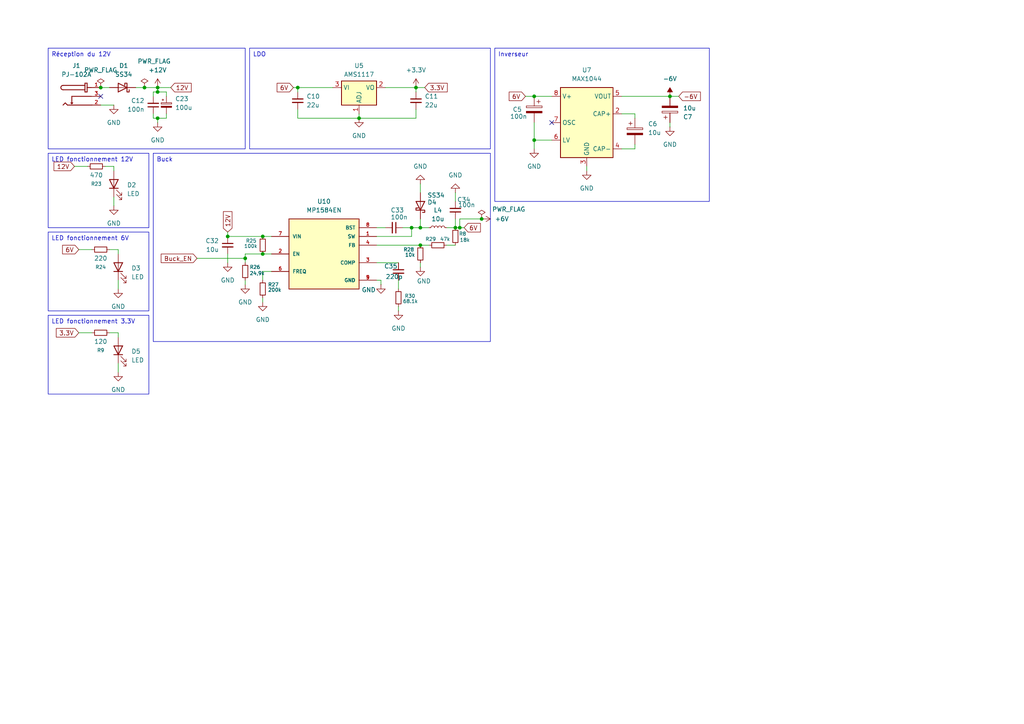
<source format=kicad_sch>
(kicad_sch (version 20250114) (generator "eeschema") (generator_version "9.0")
  (paper "A4")
  (lib_symbols
    (symbol "Device:C_Polarized" (pin_numbers (hide yes)) (pin_names (offset 0.254))
      (property "Reference" "C" (at 0.635 2.54 0))
      (property "Value" "C_Polarized" (at 0.635 -2.54 0))
      (symbol "C_Polarized_0_1"
        (rectangle (start -2.286 0.508) (end 2.286 1.016))
        (polyline (pts (xy -1.778 2.286) (xy -0.762 2.286)))
        (polyline (pts (xy -1.27 2.794) (xy -1.27 1.778)))
        (rectangle (start 2.286 -0.508) (end -2.286 -1.016) (fill (type outline)))
      )
      (symbol "C_Polarized_1_1"
        (pin passive line (at 0 3.81 270) (length 2.794) (name "~") (number "1"))
        (pin passive line (at 0 -3.81 90) (length 2.794) (name "~") (number "2"))
      )
    )
    (symbol "Device:C_Polarized_Small" (pin_numbers (hide yes)) (pin_names (offset 0.254) (hide yes))
      (property "Reference" "C" (at 0.254 1.778 0))
      (property "Value" "C_Polarized_Small" (at 0.254 -2.032 0))
      (symbol "C_Polarized_Small_0_1"
        (rectangle (start -1.524 0.6858) (end 1.524 0.3048))
        (rectangle (start -1.524 -0.3048) (end 1.524 -0.6858) (fill (type outline)))
        (polyline (pts (xy -1.27 1.524) (xy -0.762 1.524)))
        (polyline (pts (xy -1.016 1.27) (xy -1.016 1.778)))
      )
      (symbol "C_Polarized_Small_1_1"
        (pin passive line (at 0 2.54 270) (length 1.8542) (name "~") (number "1"))
        (pin passive line (at 0 -2.54 90) (length 1.8542) (name "~") (number "2"))
      )
    )
    (symbol "Device:C_Small" (pin_numbers (hide yes)) (pin_names (offset 0.254) (hide yes))
      (property "Reference" "C" (at 0.254 1.778 0))
      (property "Value" "C_Small" (at 0.254 -2.032 0))
      (symbol "C_Small_0_1"
        (polyline (pts (xy -1.524 0.508) (xy 1.524 0.508)) (stroke (width 0.3048)))
        (polyline (pts (xy -1.524 -0.508) (xy 1.524 -0.508)) (stroke (width 0.3302)))
      )
      (symbol "C_Small_1_1"
        (pin passive line (at 0 2.54 270) (length 2.032) (name "~") (number "1"))
        (pin passive line (at 0 -2.54 90) (length 2.032) (name "~") (number "2"))
      )
    )
    (symbol "Device:LED" (pin_numbers (hide yes)) (pin_names (offset 1.016) (hide yes))
      (property "Reference" "D" (at 0 2.54 0))
      (property "Value" "LED" (at 0 -2.54 0))
      (symbol "LED_0_1"
        (polyline (pts (xy -3.048 -0.762) (xy -4.572 -2.286) (xy -3.81 -2.286) (xy -4.572 -2.286) (xy -4.572 -1.524)))
        (polyline (pts (xy -1.778 -0.762) (xy -3.302 -2.286) (xy -2.54 -2.286) (xy -3.302 -2.286) (xy -3.302 -1.524)))
        (polyline (pts (xy -1.27 0) (xy 1.27 0)))
        (polyline (pts (xy -1.27 -1.27) (xy -1.27 1.27)) (stroke (width 0.254)))
        (polyline (pts (xy 1.27 -1.27) (xy 1.27 1.27) (xy -1.27 0) (xy 1.27 -1.27)) (stroke (width 0.254)))
      )
      (symbol "LED_1_1"
        (pin passive line (at -3.81 0 0) (length 2.54) (name "K") (number "1"))
        (pin passive line (at 3.81 0 180) (length 2.54) (name "A") (number "2"))
      )
    )
    (symbol "Device:L_Small" (pin_numbers (hide yes)) (pin_names (offset 0.254) (hide yes))
      (property "Reference" "L" (at 0.762 1.016 0))
      (property "Value" "L_Small" (at 0.762 -1.016 0))
      (symbol "L_Small_0_1"
        (arc (start 0 2.032) (mid 0.5058 1.524) (end 0 1.016))
        (arc (start 0 1.016) (mid 0.5058 0.508) (end 0 0))
        (arc (start 0 0) (mid 0.5058 -0.508) (end 0 -1.016))
        (arc (start 0 -1.016) (mid 0.5058 -1.524) (end 0 -2.032))
      )
      (symbol "L_Small_1_1"
        (pin passive line (at 0 2.54 270) (length 0.508) (name "~") (number "1"))
        (pin passive line (at 0 -2.54 90) (length 0.508) (name "~") (number "2"))
      )
    )
    (symbol "Device:R_Small" (pin_numbers (hide yes)) (pin_names (offset 0.254) (hide yes))
      (property "Reference" "R" (at 0 0 90))
      (property "Value" "R_Small" (at 1.778 0 90))
      (symbol "R_Small_0_1"
        (rectangle (start -0.762 1.778) (end 0.762 -1.778) (stroke (width 0.2032)))
      )
      (symbol "R_Small_1_1"
        (pin passive line (at 0 2.54 270) (length 0.762) (name "~") (number "1"))
        (pin passive line (at 0 -2.54 90) (length 0.762) (name "~") (number "2"))
      )
    )
    (symbol "Diode:SS34" (pin_numbers (hide yes)) (pin_names (offset 1.016) (hide yes))
      (property "Reference" "D" (at 0 2.54 0))
      (property "Value" "SS34" (at 0 -2.54 0))
      (symbol "SS34_0_1"
        (polyline (pts (xy -1.905 0.635) (xy -1.905 1.27) (xy -1.27 1.27) (xy -1.27 -1.27) (xy -0.635 -1.27) (xy -0.635 -0.635)) (stroke (width 0.254)))
        (polyline (pts (xy 1.27 1.27) (xy 1.27 -1.27) (xy -1.27 0) (xy 1.27 1.27)) (stroke (width 0.254)))
        (polyline (pts (xy 1.27 0) (xy -1.27 0)))
      )
      (symbol "SS34_1_1"
        (pin passive line (at -3.81 0 0) (length 2.54) (name "K") (number "1"))
        (pin passive line (at 3.81 0 180) (length 2.54) (name "A") (number "2"))
      )
    )
    (symbol "MP1584EN:MP1584EN" (pin_names (offset 1.016))
      (property "Reference" "U" (at -10.185 10.6942 0))
      (property "Value" "MP1584EN" (at -10.1723 -12.7154 0))
      (symbol "MP1584EN_0_0"
        (rectangle (start -10.16 -10.16) (end 10.16 10.16) (stroke (width 0.254)) (fill (type background)))
        (pin input line (at -15.24 5.08 0) (length 5.08) (name "VIN") (number "7"))
        (pin input line (at -15.24 0 0) (length 5.08) (name "EN") (number "2"))
        (pin input line (at -15.24 -5.08 0) (length 5.08) (name "FREQ") (number "6"))
        (pin passive line (at 15.24 7.62 180) (length 5.08) (name "BST") (number "8"))
        (pin output line (at 15.24 5.08 180) (length 5.08) (name "SW") (number "1"))
        (pin input line (at 15.24 2.54 180) (length 5.08) (name "FB") (number "4"))
        (pin output line (at 15.24 -2.54 180) (length 5.08) (name "COMP") (number "3"))
        (pin power_in line (at 15.24 -7.62 180) (length 5.08) (name "GND") (number "5"))
        (pin power_in line (at 15.24 -7.62 180) (length 5.08) (name "GND") (number "9"))
      )
    )
    (symbol "PJ-102A:PJ-102A" (pin_names (offset 1.016))
      (property "Reference" "J" (at -7.6333 3.0533 0))
      (property "Value" "PJ-102A" (at -7.6363 -10.1817 0))
      (symbol "PJ-102A_0_0"
        (polyline (pts (xy -5.842 0.635) (xy 0.508 0.635)) (stroke (width 0.254)))
        (polyline (pts (xy -5.842 -0.635) (xy 0.508 -0.635)) (stroke (width 0.254)))
        (arc (start -5.842 -0.635) (mid -6.4742 0) (end -5.842 0.635) (stroke (width 0.254)))
        (polyline (pts (xy -5.207 -4.445) (xy -5.842 -5.08)) (stroke (width 0.254)))
        (polyline (pts (xy -4.572 -5.08) (xy -5.207 -4.445)) (stroke (width 0.254)))
        (polyline (pts (xy -3.556 -4.445) (xy -3.302 -4.699)) (stroke (width 0.254)))
        (polyline (pts (xy -3.302 -2.54) (xy -3.302 -4.445)) (stroke (width 0.254)))
        (polyline (pts (xy -3.302 -4.699) (xy -3.048 -4.445)) (stroke (width 0.254)))
        (polyline (pts (xy -3.048 -4.445) (xy -3.556 -4.445)) (stroke (width 0.254)))
        (polyline (pts (xy 0.508 1.27) (xy 0.508 -1.27)) (stroke (width 0.254)))
        (polyline (pts (xy 0.508 -1.27) (xy 1.143 -1.27)) (stroke (width 0.254)))
        (polyline (pts (xy 1.143 1.27) (xy 0.508 1.27)) (stroke (width 0.254)))
        (polyline (pts (xy 1.143 0) (xy 1.143 1.27)) (stroke (width 0.254)))
        (polyline (pts (xy 1.143 0) (xy 2.413 0)) (stroke (width 0.254)))
        (polyline (pts (xy 1.143 -1.27) (xy 1.143 0)) (stroke (width 0.254)))
        (polyline (pts (xy 2.413 -2.54) (xy -3.302 -2.54)) (stroke (width 0.254)))
        (polyline (pts (xy 2.54 -5.08) (xy -4.572 -5.08)) (stroke (width 0.254)))
        (pin power_in line (at 5.08 0 180) (length 2.54) (name "~") (number "1"))
        (pin power_in line (at 5.08 -2.54 180) (length 2.54) (name "~") (number "3"))
        (pin power_in line (at 5.08 -5.08 180) (length 2.54) (name "~") (number "2"))
      )
    )
    (symbol "Regulator_Linear:AMS1117"
      (property "Reference" "U" (at -3.81 3.175 0))
      (property "Value" "AMS1117" (at 0 3.175 0))
      (symbol "AMS1117_0_1"
        (rectangle (start -5.08 -5.08) (end 5.08 1.905) (stroke (width 0.254)) (fill (type background)))
      )
      (symbol "AMS1117_1_1"
        (pin power_in line (at -7.62 0 0) (length 2.54) (name "VI") (number "3"))
        (pin input line (at 0 -7.62 90) (length 2.54) (name "ADJ") (number "1"))
        (pin power_out line (at 7.62 0 180) (length 2.54) (name "VO") (number "2"))
      )
    )
    (symbol "Regulator_SwitchedCapacitor:MAX1044"
      (property "Reference" "U" (at -6.35 11.43 0))
      (property "Value" "MAX1044" (at 3.81 11.43 0))
      (symbol "MAX1044_0_1"
        (rectangle (start -7.62 10.16) (end 7.62 -10.16) (stroke (width 0.254)) (fill (type background)))
      )
      (symbol "MAX1044_1_1"
        (pin power_in line (at -10.16 7.62 0) (length 2.54) (name "V+") (number "8"))
        (pin input line (at -10.16 0 0) (length 2.54) (name "OSC") (number "7"))
        (pin input line (at -10.16 -5.08 0) (length 2.54) (name "LV") (number "6"))
        (pin no_connect line (at -7.62 5.08 0) (length 2.54) (hide yes) (name "NC") (number "1"))
        (pin power_in line (at 0 -12.7 90) (length 2.54) (name "GND") (number "3"))
        (pin power_out line (at 10.16 7.62 180) (length 2.54) (name "VOUT") (number "5"))
        (pin input line (at 10.16 2.54 180) (length 2.54) (name "CAP+") (number "2"))
        (pin input line (at 10.16 -7.62 180) (length 2.54) (name "CAP-") (number "4"))
      )
    )
    (symbol "power:+12V" (power) (pin_numbers (hide yes)) (pin_names (offset 0) (hide yes))
      (property "Value" "+12V" (at 0 3.556 0))
      (symbol "+12V_0_1"
        (polyline (pts (xy -0.762 1.27) (xy 0 2.54)))
        (polyline (pts (xy 0 2.54) (xy 0.762 1.27)))
        (polyline (pts (xy 0 0) (xy 0 2.54)))
      )
      (symbol "+12V_1_1"
        (pin power_in line (at 0 0 90) (length 0) (name "~") (number "1"))
      )
    )
    (symbol "power:+3.3V" (power) (pin_numbers (hide yes)) (pin_names (offset 0) (hide yes))
      (property "Value" "+3.3V" (at 0 3.556 0))
      (symbol "+3.3V_0_1"
        (polyline (pts (xy -0.762 1.27) (xy 0 2.54)))
        (polyline (pts (xy 0 2.54) (xy 0.762 1.27)))
        (polyline (pts (xy 0 0) (xy 0 2.54)))
      )
      (symbol "+3.3V_1_1"
        (pin power_in line (at 0 0 90) (length 0) (name "~") (number "1"))
      )
    )
    (symbol "power:+6V" (power) (pin_numbers (hide yes)) (pin_names (offset 0) (hide yes))
      (property "Value" "+6V" (at 0 3.556 0))
      (symbol "+6V_0_1"
        (polyline (pts (xy -0.762 1.27) (xy 0 2.54)))
        (polyline (pts (xy 0 2.54) (xy 0.762 1.27)))
        (polyline (pts (xy 0 0) (xy 0 2.54)))
      )
      (symbol "+6V_1_1"
        (pin power_in line (at 0 0 90) (length 0) (name "~") (number "1"))
      )
    )
    (symbol "power:-6V" (power) (pin_numbers (hide yes)) (pin_names (offset 0) (hide yes))
      (property "Value" "-6V" (at 0 3.556 0))
      (symbol "-6V_0_0"
        (pin power_in line (at 0 0 90) (length 0) (name "~") (number "1"))
      )
      (symbol "-6V_0_1"
        (polyline (pts (xy 0 0) (xy 0 1.27) (xy 0.762 1.27) (xy 0 2.54) (xy -0.762 1.27) (xy 0 1.27)) (fill (type outline)))
      )
    )
    (symbol "power:GND" (power) (pin_numbers (hide yes)) (pin_names (offset 0) (hide yes))
      (property "Value" "GND" (at 0 -3.81 0))
      (symbol "GND_0_1"
        (polyline (pts (xy 0 0) (xy 0 -1.27) (xy 1.27 -1.27) (xy 0 -2.54) (xy -1.27 -1.27) (xy 0 -1.27)))
      )
      (symbol "GND_1_1"
        (pin power_in line (at 0 0 270) (length 0) (name "~") (number "1"))
      )
    )
    (symbol "power:PWR_FLAG" (power) (pin_numbers (hide yes)) (pin_names (offset 0) (hide yes))
      (property "Value" "PWR_FLAG" (at 0 3.81 0))
      (symbol "PWR_FLAG_0_0"
        (pin power_out line (at 0 0 90) (length 0) (name "~") (number "1"))
      )
      (symbol "PWR_FLAG_0_1"
        (polyline (pts (xy 0 0) (xy 0 1.27) (xy -1.016 1.905) (xy 0 2.54) (xy 1.016 1.905) (xy 0 1.27)))
      )
    )
  )
  (text_box "LED fonctionnement 12V" (at 13.97 44.45 0) (size 29.21 21.59) (margins 0.9525 0.9525 0.9525 0.9525) (effects (font (size 1.27 1.27)) (justify left top)))
  (text_box "Inverseur" (at 143.51 13.97 0) (size 62.23 44.45) (margins 0.9525 0.9525 0.9525 0.9525) (effects (font (size 1.27 1.27)) (justify left top)))
  (text_box "Buck" (at 44.45 44.45 0) (size 97.79 54.61) (margins 0.9525 0.9525 0.9525 0.9525) (effects (font (size 1.27 1.27)) (justify left top)))
  (text_box "LDO" (at 72.39 13.97 0) (size 69.85 29.21) (margins 0.9525 0.9525 0.9525 0.9525) (effects (font (size 1.27 1.27)) (justify left top)))
  (text_box "Réception du 12V" (at 13.97 13.97 0) (size 57.15 29.21) (margins 0.9525 0.9525 0.9525 0.9525) (effects (font (size 1.27 1.27)) (justify left top)))
  (text_box "LED fonctionnement 3.3V" (at 13.97 91.44 0) (size 29.21 22.86) (margins 0.9525 0.9525 0.9525 0.9525) (effects (font (size 1.27 1.27)) (justify left top)))
  (text_box "LED fonctionnement 6V" (at 13.97 67.31 0) (size 29.21 22.86) (margins 0.9525 0.9525 0.9525 0.9525) (effects (font (size 1.27 1.27)) (justify left top)))
  (junction (at 154.94 27.94))
  (junction (at 121.92 66.04))
  (junction (at 71.12 74.93))
  (junction (at 119.38 66.04))
  (junction (at 132.08 66.04))
  (junction (at 45.72 25.4))
  (junction (at 133.35 66.04))
  (junction (at 194.31 27.94))
  (junction (at 41.91 25.4))
  (junction (at 76.2 68.58))
  (junction (at 104.14 34.29))
  (junction (at 45.72 26.67))
  (junction (at 154.94 40.64))
  (junction (at 45.72 34.29))
  (junction (at 121.92 71.12))
  (junction (at 120.65 25.4))
  (junction (at 66.04 68.58))
  (junction (at 139.7 63.5))
  (junction (at 29.21 25.4))
  (junction (at 76.2 73.66))
  (junction (at 86.36 25.4))
  (no_connect (at 160.02 35.56))
  (no_connect (at 29.21 27.94))
  (wire (pts (xy 121.92 71.12) (xy 124.46 71.12)))
  (wire (pts (xy 31.75 72.39) (xy 34.29 72.39)))
  (wire (pts (xy 109.22 66.04) (xy 111.76 66.04)))
  (wire (pts (xy 86.36 31.75) (xy 86.36 34.29)))
  (wire (pts (xy 194.31 35.56) (xy 194.31 36.83)))
  (wire (pts (xy 76.2 81.28) (xy 76.2 78.74)))
  (wire (pts (xy 76.2 73.66) (xy 78.74 73.66)))
  (wire (pts (xy 33.02 48.26) (xy 33.02 49.53)))
  (wire (pts (xy 170.18 48.26) (xy 170.18 49.53)))
  (wire (pts (xy 34.29 72.39) (xy 34.29 73.66)))
  (wire (pts (xy 48.26 26.67) (xy 48.26 27.94)))
  (wire (pts (xy 109.22 76.2) (xy 115.57 76.2)))
  (wire (pts (xy 31.75 96.52) (xy 34.29 96.52)))
  (wire (pts (xy 120.65 26.67) (xy 120.65 25.4)))
  (wire (pts (xy 121.92 53.34) (xy 121.92 55.88)))
  (wire (pts (xy 57.15 74.93) (xy 71.12 74.93)))
  (wire (pts (xy 133.35 63.5) (xy 133.35 66.04)))
  (wire (pts (xy 132.08 66.04) (xy 133.35 66.04)))
  (wire (pts (xy 71.12 82.55) (xy 71.12 81.28)))
  (wire (pts (xy 22.86 96.52) (xy 26.67 96.52)))
  (wire (pts (xy 86.36 25.4) (xy 96.52 25.4)))
  (wire (pts (xy 21.59 48.26) (xy 25.4 48.26)))
  (wire (pts (xy 45.72 26.67) (xy 48.26 26.67)))
  (wire (pts (xy 45.72 25.4) (xy 49.53 25.4)))
  (wire (pts (xy 86.36 25.4) (xy 86.36 26.67)))
  (wire (pts (xy 180.34 27.94) (xy 194.31 27.94)))
  (wire (pts (xy 85.09 25.4) (xy 86.36 25.4)))
  (wire (pts (xy 76.2 78.74) (xy 78.74 78.74)))
  (wire (pts (xy 120.65 31.75) (xy 120.65 34.29)))
  (wire (pts (xy 34.29 105.41) (xy 34.29 107.95)))
  (wire (pts (xy 154.94 35.56) (xy 154.94 40.64)))
  (wire (pts (xy 34.29 81.28) (xy 34.29 83.82)))
  (wire (pts (xy 66.04 73.66) (xy 66.04 76.2)))
  (wire (pts (xy 110.49 81.28) (xy 109.22 81.28)))
  (wire (pts (xy 121.92 66.04) (xy 124.46 66.04)))
  (wire (pts (xy 22.86 72.39) (xy 26.67 72.39)))
  (wire (pts (xy 45.72 34.29) (xy 45.72 35.56)))
  (wire (pts (xy 115.57 88.9) (xy 115.57 90.17)))
  (wire (pts (xy 111.76 25.4) (xy 120.65 25.4)))
  (wire (pts (xy 30.48 48.26) (xy 33.02 48.26)))
  (wire (pts (xy 71.12 73.66) (xy 76.2 73.66)))
  (wire (pts (xy 76.2 68.58) (xy 78.74 68.58)))
  (wire (pts (xy 109.22 71.12) (xy 121.92 71.12)))
  (wire (pts (xy 121.92 76.2) (xy 121.92 77.47)))
  (wire (pts (xy 76.2 87.63) (xy 76.2 86.36)))
  (wire (pts (xy 129.54 66.04) (xy 132.08 66.04)))
  (wire (pts (xy 45.72 25.4) (xy 45.72 26.67)))
  (wire (pts (xy 33.02 57.15) (xy 33.02 59.69)))
  (wire (pts (xy 104.14 34.29) (xy 104.14 33.02)))
  (wire (pts (xy 154.94 40.64) (xy 160.02 40.64)))
  (wire (pts (xy 129.54 71.12) (xy 132.08 71.12)))
  (wire (pts (xy 34.29 96.52) (xy 34.29 97.79)))
  (wire (pts (xy 196.85 27.94) (xy 194.31 27.94)))
  (wire (pts (xy 71.12 76.2) (xy 71.12 74.93)))
  (wire (pts (xy 154.94 27.94) (xy 160.02 27.94)))
  (wire (pts (xy 115.57 81.28) (xy 115.57 83.82)))
  (wire (pts (xy 44.45 34.29) (xy 45.72 34.29)))
  (wire (pts (xy 44.45 26.67) (xy 45.72 26.67)))
  (wire (pts (xy 66.04 68.58) (xy 76.2 68.58)))
  (wire (pts (xy 119.38 66.04) (xy 119.38 68.58)))
  (wire (pts (xy 119.38 66.04) (xy 121.92 66.04)))
  (wire (pts (xy 29.21 30.48) (xy 33.02 30.48)))
  (wire (pts (xy 184.15 34.29) (xy 184.15 33.02)))
  (wire (pts (xy 86.36 34.29) (xy 104.14 34.29)))
  (wire (pts (xy 45.72 34.29) (xy 48.26 34.29)))
  (wire (pts (xy 48.26 34.29) (xy 48.26 33.02)))
  (wire (pts (xy 154.94 43.18) (xy 154.94 40.64)))
  (wire (pts (xy 184.15 41.91) (xy 184.15 43.18)))
  (wire (pts (xy 44.45 33.02) (xy 44.45 34.29)))
  (wire (pts (xy 109.22 68.58) (xy 119.38 68.58)))
  (wire (pts (xy 110.49 82.55) (xy 110.49 81.28)))
  (wire (pts (xy 184.15 33.02) (xy 180.34 33.02)))
  (wire (pts (xy 44.45 27.94) (xy 44.45 26.67)))
  (wire (pts (xy 121.92 63.5) (xy 121.92 66.04)))
  (wire (pts (xy 132.08 63.5) (xy 132.08 66.04)))
  (wire (pts (xy 139.7 63.5) (xy 133.35 63.5)))
  (wire (pts (xy 132.08 55.88) (xy 132.08 58.42)))
  (wire (pts (xy 184.15 43.18) (xy 180.34 43.18)))
  (wire (pts (xy 116.84 66.04) (xy 119.38 66.04)))
  (wire (pts (xy 41.91 25.4) (xy 45.72 25.4)))
  (wire (pts (xy 66.04 67.31) (xy 66.04 68.58)))
  (wire (pts (xy 133.35 66.04) (xy 134.62 66.04)))
  (wire (pts (xy 104.14 34.29) (xy 120.65 34.29)))
  (wire (pts (xy 29.21 25.4) (xy 31.75 25.4)))
  (wire (pts (xy 71.12 74.93) (xy 71.12 73.66)))
  (wire (pts (xy 39.37 25.4) (xy 41.91 25.4)))
  (wire (pts (xy 152.4 27.94) (xy 154.94 27.94)))
  (wire (pts (xy 123.19 25.4) (xy 120.65 25.4)))
  (global_label "6V" (shape input) (at 85.09 25.4 180) (property "Intersheetrefs" "${INTERSHEET_REFS}" (effects (hide yes))))
  (global_label "12V" (shape input) (at 66.04 67.31 90) (property "Intersheetrefs" "${INTERSHEET_REFS}" (effects (hide yes))))
  (global_label "12V" (shape input) (at 49.53 25.4 0) (property "Intersheetrefs" "${INTERSHEET_REFS}" (effects (hide yes))))
  (global_label "3.3V" (shape input) (at 22.86 96.52 180) (property "Intersheetrefs" "${INTERSHEET_REFS}" (effects (hide yes))))
  (global_label "6V" (shape input) (at 22.86 72.39 180) (property "Intersheetrefs" "${INTERSHEET_REFS}" (effects (hide yes))))
  (global_label "3.3V" (shape input) (at 123.19 25.4 0) (property "Intersheetrefs" "${INTERSHEET_REFS}" (effects (hide yes))))
  (global_label "6V" (shape input) (at 134.62 66.04 0) (property "Intersheetrefs" "${INTERSHEET_REFS}" (effects (hide yes))))
  (global_label "Buck_EN" (shape input) (at 57.15 74.93 180) (property "Intersheetrefs" "${INTERSHEET_REFS}" (effects (hide yes))))
  (global_label "-6V" (shape input) (at 196.85 27.94 0) (property "Intersheetrefs" "${INTERSHEET_REFS}" (effects (hide yes))))
  (global_label "12V" (shape input) (at 21.59 48.26 180) (property "Intersheetrefs" "${INTERSHEET_REFS}" (effects (hide yes))))
  (global_label "6V" (shape input) (at 152.4 27.94 180) (property "Intersheetrefs" "${INTERSHEET_REFS}" (effects (hide yes))))
  (symbol (lib_id "power:GND") (at 170.18 49.53 0) (unit 1)
    (property "Reference" "#PWR09" (effects (hide yes)))
    (property "Value" "GND" (at 170.18 54.61 0))
    (property "Description" "Power symbol creates a global label with name \"GND\" , ground" (effects (hide yes)))
  )
  (symbol (lib_id "Device:C_Small") (at 86.36 29.21 0) (unit 1)
    (property "Reference" "C10" (at 88.9 27.9462 0) (effects (justify left)))
    (property "Value" "22u" (at 88.9 30.4862 0) (effects (justify left)))
    (property "Description" "Unpolarized capacitor, small symbol" (effects (hide yes)))
  )
  (symbol (lib_id "MP1584EN:MP1584EN") (at 93.98 73.66 0) (unit 1)
    (property "Reference" "U10" (at 93.98 58.42 0))
    (property "Value" "MP1584EN" (at 93.98 60.96 0))
    (property "Footprint" "MP1584EN:SOIC127P600X170-9N" (effects (hide yes)))
    (property "MF" "Monolithic Power" (effects (hide yes)))
    (property "PACKAGE" "None" (effects (hide yes)))
    (property "PRICE" "None" (effects (hide yes)))
    (property "Package" "SOIC-8 Monolithic Power" (effects (hide yes)))
    (property "Check_prices" "https://www.snapeda.com/parts/MP1584EN/Monolithic+Power+Systems/view-part/?ref=eda" (effects (hide yes)))
    (property "STANDARD" "IPC-7351B" (effects (hide yes)))
    (property "SnapEDA_Link" "https://www.snapeda.com/parts/MP1584EN/Monolithic+Power+Systems/view-part/?ref=snap" (effects (hide yes)))
    (property "MP" "MP1584EN" (effects (hide yes)))
    (property "Price" "None" (effects (hide yes)))
    (property "Availability" "Not in stock" (effects (hide yes)))
    (property "AVAILABILITY" "Unavailable" (effects (hide yes)))
    (property "Description_1" "Buck Switching Regulator IC Positive Adjustable 0.8V 1 Output 3A 8-SOIC (0.154, 3.90mm Width) Exposed Pad" (effects (hide yes)))
  )
  (symbol (lib_id "Diode:SS34") (at 35.56 25.4 180) (unit 1)
    (property "Reference" "D1" (at 35.8775 19.05 0))
    (property "Value" "SS34" (at 35.8775 21.59 0))
    (property "Footprint" "Diode_SMD:D_SMA" (effects (hide yes)))
    (property "Datasheet" "https://www.vishay.com/docs/88751/ss32.pdf" (effects (hide yes)))
    (property "Description" "40V 3A Schottky Diode, SMA" (effects (hide yes)))
  )
  (symbol (lib_id "Device:R_Small") (at 115.57 86.36 0) (mirror y) (unit 1)
    (property "Reference" "R30" (at 117.348 85.852 0) (effects (font (size 1.016 1.016)) (justify right)))
    (property "Value" "68.1k" (at 116.84 87.376 0) (effects (font (size 1.016 1.016)) (justify right)))
    (property "Description" "Resistor, small symbol" (effects (hide yes)))
  )
  (symbol (lib_id "power:+12V") (at 45.72 25.4 0) (unit 1)
    (property "Reference" "#PWR024" (effects (hide yes)))
    (property "Value" "+12V" (at 45.72 20.32 0))
    (property "Description" "Power symbol creates a global label with name \"+12V\"" (effects (hide yes)))
  )
  (symbol (lib_id "Device:C_Polarized") (at 184.15 38.1 0) (unit 1)
    (property "Reference" "C6" (at 187.96 35.9409 0) (effects (justify left)))
    (property "Value" "10u" (at 187.96 38.4809 0) (effects (justify left)))
    (property "Description" "Polarized capacitor" (effects (hide yes)))
  )
  (symbol (lib_id "Regulator_SwitchedCapacitor:MAX1044") (at 170.18 35.56 0) (unit 1)
    (property "Reference" "U7" (at 170.18 20.32 0))
    (property "Value" "MAX1044" (at 170.18 22.86 0))
    (property "Datasheet" "http://datasheets.maximintegrated.com/en/ds/ICL7660-MAX1044.pdf" (effects (hide yes)))
    (property "Description" "Switched-Capacitor Voltage Converter, 1.5V to 10.0V operating supply voltage, 10mA with a 0.5V output drop, SO-8/DIP-8/µMAX-8/TO-99" (effects (hide yes)))
  )
  (symbol (lib_id "power:GND") (at 132.08 55.88 180) (unit 1)
    (property "Reference" "#PWR034" (effects (hide yes)))
    (property "Value" "GND" (at 132.08 50.8 0))
    (property "Description" "Power symbol creates a global label with name \"GND\" , ground" (effects (hide yes)))
  )
  (symbol (lib_id "Device:C_Small") (at 120.65 29.21 0) (unit 1)
    (property "Reference" "C11" (at 123.19 27.9462 0) (effects (justify left)))
    (property "Value" "22u" (at 123.19 30.4862 0) (effects (justify left)))
    (property "Description" "Unpolarized capacitor, small symbol" (effects (hide yes)))
  )
  (symbol (lib_id "Device:C_Polarized") (at 154.94 31.75 0) (mirror y) (unit 1)
    (property "Reference" "C5" (at 151.384 31.75 0) (effects (justify left)))
    (property "Value" "100n" (at 152.908 33.782 0) (effects (justify left)))
    (property "Description" "Polarized capacitor" (effects (hide yes)))
  )
  (symbol (lib_id "Device:C_Small") (at 66.04 71.12 0) (mirror y) (unit 1)
    (property "Reference" "C32" (at 63.5 69.8562 0) (effects (justify left)))
    (property "Value" "10u" (at 63.5 72.3962 0) (effects (justify left)))
    (property "Description" "Unpolarized capacitor, small symbol" (effects (hide yes)))
  )
  (symbol (lib_id "power:GND") (at 121.92 53.34 0) (mirror x) (unit 1)
    (property "Reference" "#PWR033" (effects (hide yes)))
    (property "Value" "GND" (at 121.92 48.26 0))
    (property "Description" "Power symbol creates a global label with name \"GND\" , ground" (effects (hide yes)))
  )
  (symbol (lib_id "Device:R_Small") (at 76.2 83.82 180) (unit 1)
    (property "Reference" "R27" (at 77.724 82.55 0) (effects (font (size 1.016 1.016)) (justify right)))
    (property "Value" "200k" (at 77.724 84.074 0) (effects (font (size 1.016 1.016)) (justify right)))
    (property "Description" "Resistor, small symbol" (effects (hide yes)))
  )
  (symbol (lib_id "Device:C_Small") (at 44.45 30.48 0) (mirror x) (unit 1)
    (property "Reference" "C12" (at 41.91 29.2035 0) (effects (justify right)))
    (property "Value" "100n" (at 41.91 31.7435 0) (effects (justify right)))
    (property "Description" "Unpolarized capacitor, small symbol" (effects (hide yes)))
  )
  (symbol (lib_id "power:+3.3V") (at 120.65 25.4 0) (unit 1)
    (property "Reference" "#PWR056" (effects (hide yes)))
    (property "Value" "+3.3V" (at 120.65 20.32 0))
    (property "Description" "Power symbol creates a global label with name \"+3.3V\"" (effects (hide yes)))
  )
  (symbol (lib_id "PJ-102A:PJ-102A") (at 24.13 25.4 0) (unit 1)
    (property "Reference" "J1" (at 22.1629 19.05 0))
    (property "Value" "PJ-102A" (at 22.1629 21.59 0))
    (property "Footprint" "PJ-102A:CUI_PJ-102A" (effects (hide yes)))
    (property "MF" "Same Sky" (effects (hide yes)))
    (property "DESCRIPTION" "2.0 mm Center Pin%2C 2.5 A%2C Right Angle%2C Through Hole%2C Tapered Pins%2C Dc Power Jack Connector" (effects (hide yes)))
    (property "PACKAGE" "None" (effects (hide yes)))
    (property "PRICE" "0.44 USD" (effects (hide yes)))
    (property "Package" "None" (effects (hide yes)))
    (property "Check_prices" "https://www.snapeda.com/parts/PJ-102A/Same+Sky/view-part/?ref=eda" (effects (hide yes)))
    (property "Price" "None" (effects (hide yes)))
    (property "SnapEDA_Link" "https://www.snapeda.com/parts/PJ-102A/Same+Sky/view-part/?ref=snap" (effects (hide yes)))
    (property "MP" "PJ-102A" (effects (hide yes)))
    (property "Description_1" "2.0 x 6.5 mm, 2.5 A, Horizontal, Through Hole, Tapered Pins, Dc Power Jack Connector" (effects (hide yes)))
    (property "Availability" "In Stock" (effects (hide yes)))
    (property "AVAILABILITY" "Good" (effects (hide yes)))
    (property "MANUFACTURER" "CUI inc" (effects (hide yes)))
  )
  (symbol (lib_id "power:PWR_FLAG") (at 139.7 63.5 0) (unit 1)
    (property "Reference" "#FLG04" (effects (hide yes)))
    (property "Value" "PWR_FLAG" (at 147.574 60.706 0))
    (property "Description" "Special symbol for telling ERC where power comes from" (effects (hide yes)))
  )
  (symbol (lib_id "power:GND") (at 194.31 36.83 0) (unit 1)
    (property "Reference" "#PWR08" (effects (hide yes)))
    (property "Value" "GND" (at 194.31 41.91 0))
    (property "Description" "Power symbol creates a global label with name \"GND\" , ground" (effects (hide yes)))
  )
  (symbol (lib_id "power:PWR_FLAG") (at 29.21 25.4 0) (unit 1)
    (property "Reference" "#FLG02" (effects (hide yes)))
    (property "Value" "PWR_FLAG" (at 29.21 20.32 0))
    (property "Description" "Special symbol for telling ERC where power comes from" (effects (hide yes)))
  )
  (symbol (lib_id "power:GND") (at 66.04 76.2 0) (unit 1)
    (property "Reference" "#PWR029" (effects (hide yes)))
    (property "Value" "GND" (at 66.04 81.28 0))
    (property "Description" "Power symbol creates a global label with name \"GND\" , ground" (effects (hide yes)))
  )
  (symbol (lib_id "Device:R_Small") (at 132.08 68.58 0) (mirror y) (unit 1)
    (property "Reference" "R8" (at 133.096 67.818 0) (effects (font (size 1.016 1.016)) (justify right)))
    (property "Value" "18k" (at 133.35 69.596 0) (effects (font (size 1.016 1.016)) (justify right)))
    (property "Description" "Resistor, small symbol" (effects (hide yes)))
  )
  (symbol (lib_id "power:GND") (at 33.02 30.48 0) (unit 1)
    (property "Reference" "#PWR017" (effects (hide yes)))
    (property "Value" "GND" (at 33.02 35.56 0))
    (property "Description" "Power symbol creates a global label with name \"GND\" , ground" (effects (hide yes)))
  )
  (symbol (lib_id "power:GND") (at 154.94 43.18 0) (unit 1)
    (property "Reference" "#PWR07" (effects (hide yes)))
    (property "Value" "GND" (at 154.94 48.26 0))
    (property "Description" "Power symbol creates a global label with name \"GND\" , ground" (effects (hide yes)))
  )
  (symbol (lib_id "Device:R_Small") (at 127 71.12 270) (mirror x) (unit 1)
    (property "Reference" "R29" (at 126.492 69.342 90) (effects (font (size 1.016 1.016)) (justify right)))
    (property "Value" "47k" (at 130.556 69.342 90) (effects (font (size 1.016 1.016)) (justify right)))
    (property "Description" "Resistor, small symbol" (effects (hide yes)))
  )
  (symbol (lib_id "power:GND") (at 115.57 90.17 0) (unit 1)
    (property "Reference" "#PWR036" (effects (hide yes)))
    (property "Value" "GND" (at 115.57 95.25 0))
    (property "Description" "Power symbol creates a global label with name \"GND\" , ground" (effects (hide yes)))
  )
  (symbol (lib_id "Device:C_Polarized") (at 194.31 31.75 0) (mirror x) (unit 1)
    (property "Reference" "C7" (at 198.12 33.9091 0) (effects (justify left)))
    (property "Value" "10u" (at 198.12 31.3691 0) (effects (justify left)))
    (property "Description" "Polarized capacitor" (effects (hide yes)))
  )
  (symbol (lib_id "power:GND") (at 76.2 87.63 0) (unit 1)
    (property "Reference" "#PWR031" (effects (hide yes)))
    (property "Value" "GND" (at 76.2 92.71 0))
    (property "Description" "Power symbol creates a global label with name \"GND\" , ground" (effects (hide yes)))
  )
  (symbol (lib_id "Device:LED") (at 33.02 53.34 90) (unit 1)
    (property "Reference" "D2" (at 36.83 53.6574 90) (effects (justify right)))
    (property "Value" "LED" (at 36.83 56.1974 90) (effects (justify right)))
    (property "Description" "Light emitting diode" (effects (hide yes)))
    (property "Sim.Pins" "1=K 2=A" (effects (hide yes)))
  )
  (symbol (lib_id "power:GND") (at 104.14 34.29 0) (unit 1)
    (property "Reference" "#PWR016" (effects (hide yes)))
    (property "Value" "GND" (at 104.14 39.37 0))
    (property "Description" "Power symbol creates a global label with name \"GND\" , ground" (effects (hide yes)))
  )
  (symbol (lib_id "power:GND") (at 33.02 59.69 0) (unit 1)
    (property "Reference" "#PWR027" (effects (hide yes)))
    (property "Value" "GND" (at 33.02 64.77 0))
    (property "Description" "Power symbol creates a global label with name \"GND\" , ground" (effects (hide yes)))
  )
  (symbol (lib_id "Device:R_Small") (at 76.2 71.12 0) (mirror x) (unit 1)
    (property "Reference" "R25" (at 74.422 69.85 0) (effects (font (size 1.016 1.016)) (justify right)))
    (property "Value" "100k" (at 74.676 71.374 0) (effects (font (size 1.016 1.016)) (justify right)))
    (property "Description" "Resistor, small symbol" (effects (hide yes)))
  )
  (symbol (lib_id "power:GND") (at 71.12 82.55 0) (unit 1)
    (property "Reference" "#PWR030" (effects (hide yes)))
    (property "Value" "GND" (at 71.12 87.63 0))
    (property "Description" "Power symbol creates a global label with name \"GND\" , ground" (effects (hide yes)))
  )
  (symbol (lib_id "Device:LED") (at 34.29 101.6 90) (unit 1)
    (property "Reference" "D5" (at 38.1 101.9174 90) (effects (justify right)))
    (property "Value" "LED" (at 38.1 104.4574 90) (effects (justify right)))
    (property "Description" "Light emitting diode" (effects (hide yes)))
    (property "Sim.Pins" "1=K 2=A" (effects (hide yes)))
  )
  (symbol (lib_id "power:GND") (at 34.29 107.95 0) (unit 1)
    (property "Reference" "#PWR014" (effects (hide yes)))
    (property "Value" "GND" (at 34.29 113.03 0))
    (property "Description" "Power symbol creates a global label with name \"GND\" , ground" (effects (hide yes)))
  )
  (symbol (lib_id "Device:R_Small") (at 29.21 72.39 270) (mirror x) (unit 1)
    (property "Reference" "R24" (at 29.21 77.47 90) (effects (font (size 1.016 1.016))))
    (property "Value" "220" (at 29.21 74.93 90))
    (property "Description" "Resistor, small symbol" (effects (hide yes)))
  )
  (symbol (lib_id "power:-6V") (at 194.31 27.94 0) (unit 1)
    (property "Reference" "#PWR022" (effects (hide yes)))
    (property "Value" "-6V" (at 194.31 22.86 0))
    (property "Description" "Power symbol creates a global label with name \"-6V\"" (effects (hide yes)))
  )
  (symbol (lib_id "Device:R_Small") (at 29.21 96.52 270) (mirror x) (unit 1)
    (property "Reference" "R9" (at 29.21 101.6 90) (effects (font (size 1.016 1.016))))
    (property "Value" "120" (at 29.21 99.06 90))
    (property "Description" "Resistor, small symbol" (effects (hide yes)))
  )
  (symbol (lib_id "power:+6V") (at 139.7 63.5 270) (unit 1)
    (property "Reference" "#PWR054" (effects (hide yes)))
    (property "Value" "+6V" (at 143.51 63.4999 90) (effects (justify left)))
    (property "Description" "Power symbol creates a global label with name \"+6V\"" (effects (hide yes)))
  )
  (symbol (lib_id "Device:C_Polarized_Small") (at 48.26 30.48 0) (unit 1)
    (property "Reference" "C23" (at 50.8 28.6638 0) (effects (justify left)))
    (property "Value" "100u" (at 50.8 31.2038 0) (effects (justify left)))
    (property "Description" "Polarized capacitor, small symbol" (effects (hide yes)))
  )
  (symbol (lib_id "power:PWR_FLAG") (at 41.91 25.4 0) (unit 1)
    (property "Reference" "#FLG01" (effects (hide yes)))
    (property "Value" "PWR_FLAG" (at 44.704 17.78 0))
    (property "Description" "Special symbol for telling ERC where power comes from" (effects (hide yes)))
  )
  (symbol (lib_id "Device:C_Small") (at 114.3 66.04 270) (mirror x) (unit 1)
    (property "Reference" "C33" (at 113.284 60.96 90) (effects (justify left)))
    (property "Value" "100n" (at 113.284 62.992 90) (effects (justify left)))
    (property "Description" "Unpolarized capacitor, small symbol" (effects (hide yes)))
  )
  (symbol (lib_id "power:GND") (at 121.92 77.47 0) (unit 1)
    (property "Reference" "#PWR035" (effects (hide yes)))
    (property "Value" "GND" (at 122.936 81.534 0))
    (property "Description" "Power symbol creates a global label with name \"GND\" , ground" (effects (hide yes)))
  )
  (symbol (lib_id "Device:C_Small") (at 132.08 60.96 0) (mirror x) (unit 1)
    (property "Reference" "C34" (at 132.588 57.912 0) (effects (justify left)))
    (property "Value" "100n" (at 132.842 59.436 0) (effects (justify left)))
    (property "Description" "Unpolarized capacitor, small symbol" (effects (hide yes)))
  )
  (symbol (lib_id "Device:R_Small") (at 27.94 48.26 270) (mirror x) (unit 1)
    (property "Reference" "R23" (at 27.94 53.34 90) (effects (font (size 1.016 1.016))))
    (property "Value" "470" (at 27.94 50.8 90))
    (property "Description" "Resistor, small symbol" (effects (hide yes)))
  )
  (symbol (lib_id "Device:LED") (at 34.29 77.47 90) (unit 1)
    (property "Reference" "D3" (at 38.1 77.7874 90) (effects (justify right)))
    (property "Value" "LED" (at 38.1 80.3274 90) (effects (justify right)))
    (property "Description" "Light emitting diode" (effects (hide yes)))
    (property "Sim.Pins" "1=K 2=A" (effects (hide yes)))
  )
  (symbol (lib_id "Device:L_Small") (at 127 66.04 90) (unit 1)
    (property "Reference" "L4" (at 127 60.96 90))
    (property "Value" "10u" (at 127 63.5 90))
    (property "Description" "Inductor, small symbol" (effects (hide yes)))
  )
  (symbol (lib_id "Device:R_Small") (at 121.92 73.66 0) (mirror x) (unit 1)
    (property "Reference" "R28" (at 120.142 72.39 0) (effects (font (size 1.016 1.016)) (justify right)))
    (property "Value" "10k" (at 120.396 73.914 0) (effects (font (size 1.016 1.016)) (justify right)))
    (property "Description" "Resistor, small symbol" (effects (hide yes)))
  )
  (symbol (lib_id "power:GND") (at 45.72 35.56 0) (unit 1)
    (property "Reference" "#PWR018" (effects (hide yes)))
    (property "Value" "GND" (at 45.72 40.64 0))
    (property "Description" "Power symbol creates a global label with name \"GND\" , ground" (effects (hide yes)))
  )
  (symbol (lib_id "Diode:SS34") (at 121.92 59.69 270) (mirror x) (unit 1)
    (property "Reference" "D4" (at 123.952 58.674 90) (effects (justify left)))
    (property "Value" "SS34" (at 123.952 56.642 90) (effects (justify left)))
    (property "Footprint" "Diode_SMD:D_SMA" (effects (hide yes)))
    (property "Datasheet" "https://www.vishay.com/docs/88751/ss32.pdf" (effects (hide yes)))
    (property "Description" "40V 3A Schottky Diode, SMA" (effects (hide yes)))
  )
  (symbol (lib_id "power:GND") (at 34.29 83.82 0) (unit 1)
    (property "Reference" "#PWR028" (effects (hide yes)))
    (property "Value" "GND" (at 34.29 88.9 0))
    (property "Description" "Power symbol creates a global label with name \"GND\" , ground" (effects (hide yes)))
  )
  (symbol (lib_id "Device:R_Small") (at 71.12 78.74 180) (unit 1)
    (property "Reference" "R26" (at 72.39 77.47 0) (effects (font (size 1.016 1.016)) (justify right)))
    (property "Value" "24,9k" (at 72.39 79.248 0) (effects (font (size 1.016 1.016)) (justify right)))
    (property "Description" "Resistor, small symbol" (effects (hide yes)))
  )
  (symbol (lib_id "Device:C_Small") (at 115.57 78.74 0) (mirror y) (unit 1)
    (property "Reference" "C35" (at 115.316 77.216 0) (effects (justify left)))
    (property "Value" "220p" (at 116.84 80.264 0) (effects (justify left)))
    (property "Description" "Unpolarized capacitor, small symbol" (effects (hide yes)))
  )
  (symbol (lib_id "Regulator_Linear:AMS1117") (at 104.14 25.4 0) (unit 1)
    (property "Reference" "U5" (at 104.14 19.05 0))
    (property "Value" "AMS1117" (at 104.14 21.59 0))
    (property "Footprint" "Package_TO_SOT_SMD:SOT-223-3_TabPin2" (effects (hide yes)))
    (property "Datasheet" "http://www.advanced-monolithic.com/pdf/ds1117.pdf" (effects (hide yes)))
    (property "Description" "1A Low Dropout regulator, positive, adjustable output, SOT-223" (effects (hide yes)))
  )
  (symbol (lib_id "power:GND") (at 110.49 82.55 0) (unit 1)
    (property "Reference" "#PWR032" (effects (hide yes)))
    (property "Value" "GND" (at 106.934 84.074 0))
    (property "Description" "Power symbol creates a global label with name \"GND\" , ground" (effects (hide yes)))
  )
)
</source>
